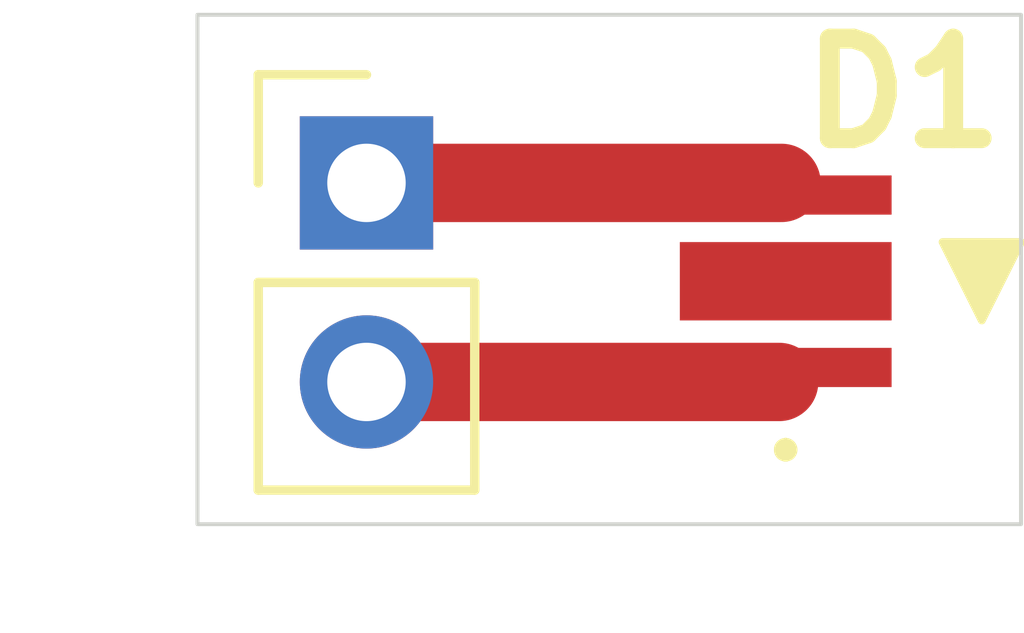
<source format=kicad_pcb>
(kicad_pcb (version 20241229) (generator "pcbnew") (generator_version "9.0")
  (layers (0 "F.Cu" signal) (2 "B.Cu" signal) (13 "F.Paste" user) (15 "B.Paste" user) (5 "F.SilkS" user "F.Silkscreen") (7 "B.SilkS" user "B.Silkscreen") (1 "F.Mask" user) (3 "B.Mask" user) (25 "Edge.Cuts" user))
  (net 0 "")
  (net 1 "Net-(D1-K)")
  (net 2 "Net-(D1-A)")
  (footprint "Connector_PinHeader_2.54mm:PinHeader_1x02_P2.54mm_Vertical" (layer "F.Cu") (at 121.655 101.145)
    (property "Reference" "J1" (hide yes))
    (property "Value" "Conn_01x02")
    (fp_line (start -1.38 -1.38) (end 0 -1.38) (stroke (width 0.12)) (layer "F.SilkS"))
    (fp_line (start -1.38 0) (end -1.38 -1.38) (stroke (width 0.12)) (layer "F.SilkS"))
    (fp_line (start -1.38 1.27) (end -1.38 3.92) (stroke (width 0.12)) (layer "F.SilkS"))
    (fp_line (start -1.38 1.27) (end 1.38 1.27) (stroke (width 0.12)) (layer "F.SilkS"))
    (fp_line (start -1.38 3.92) (end 1.38 3.92) (stroke (width 0.12)) (layer "F.SilkS"))
    (fp_line (start 1.38 1.27) (end 1.38 3.92) (stroke (width 0.12)) (layer "F.SilkS"))
    (pad "1" thru_hole rect (at 0 0) (size 1.7 1.7) (drill 1) (layers "*.Cu" "*.Mask") (net 2 "Net-(D1-A)"))
    (pad "2" thru_hole circle (at 0 2.54) (size 1.7 1.7) (drill 1) (layers "*.Cu" "*.Mask") (net 1 "Net-(D1-K)"))
  )
  (footprint "Project_Footprints:GWCSHPM1" (layer "F.Cu") (at 127 102.4)
    (property "Reference" "D1" (at 1.5 -2.4 0) (layer "F.SilkS") (effects (font (size 1.27 1.27) (thickness 0.254))))
    (property "Value" "GW_CSHPM1.PM" (hide yes))
    (fp_line (start 0 2.1) (end 0 2.1) (stroke (width 0.2)) (layer "F.SilkS"))
    (fp_line (start 0 2.1) (end 0 2.1) (stroke (width 0.2)) (layer "F.SilkS"))
    (fp_line (start 0 2.2) (end 0 2.2) (stroke (width 0.2)) (layer "F.SilkS"))
    (fp_arc (start 0 2.1) (mid 0.05 2.15) (end 0 2.2) (stroke (width 0.2)) (layer "F.SilkS"))
    (fp_arc (start 0 2.2) (mid -0.05 2.15) (end 0 2.1) (stroke (width 0.2)) (layer "F.SilkS"))
    (fp_arc (start 0 2.2) (mid -0.05 2.15) (end 0 2.1) (stroke (width 0.2)) (layer "F.SilkS"))
    (fp_poly (pts (xy 2.5 0.5) (xy 2 -0.5) (xy 3 -0.5)) (stroke (width 0.1)) (fill yes) (layer "F.SilkS"))
    (pad "1" smd rect (at 0 1.1 90) (size 0.5 2.7) (layers "F.Cu" "F.Mask" "F.Paste") (net 1 "Net-(D1-K)"))
    (pad "2" smd rect (at 0 -1.1 90) (size 0.5 2.7) (layers "F.Cu" "F.Mask" "F.Paste") (net 2 "Net-(D1-A)"))
    (pad "3" smd rect (at 0 0 90) (size 1 2.7) (layers "F.Cu" "F.Mask" "F.Paste"))
  )
  (gr_rect (start 119.5 99) (end 130 105.5) (stroke (width 0.05)) (fill no) (layer "Edge.Cuts"))
  (segment (start 121.655 103.685) (end 126.916 103.685) (width 1) (layer "F.Cu") (net 1))
  (segment (start 121.655 101.145) (end 126.946 101.145) (width 1) (layer "F.Cu") (net 2))
)
</source>
